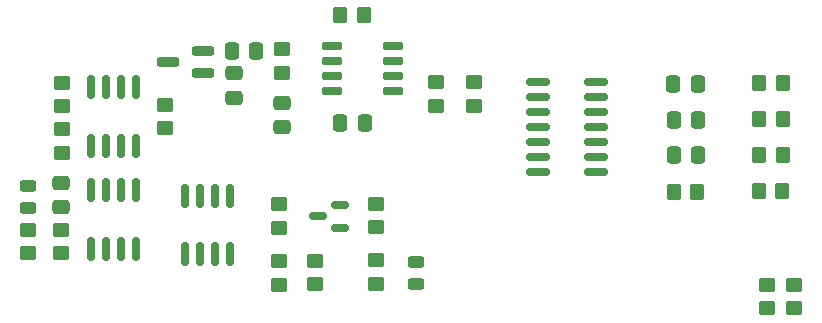
<source format=gbr>
%TF.GenerationSoftware,KiCad,Pcbnew,8.0.5*%
%TF.CreationDate,2024-11-08T11:42:38+01:00*%
%TF.ProjectId,SMD-Loetstation_v2,534d442d-4c6f-4657-9473-746174696f6e,rev?*%
%TF.SameCoordinates,Original*%
%TF.FileFunction,Paste,Top*%
%TF.FilePolarity,Positive*%
%FSLAX46Y46*%
G04 Gerber Fmt 4.6, Leading zero omitted, Abs format (unit mm)*
G04 Created by KiCad (PCBNEW 8.0.5) date 2024-11-08 11:42:38*
%MOMM*%
%LPD*%
G01*
G04 APERTURE LIST*
G04 Aperture macros list*
%AMRoundRect*
0 Rectangle with rounded corners*
0 $1 Rounding radius*
0 $2 $3 $4 $5 $6 $7 $8 $9 X,Y pos of 4 corners*
0 Add a 4 corners polygon primitive as box body*
4,1,4,$2,$3,$4,$5,$6,$7,$8,$9,$2,$3,0*
0 Add four circle primitives for the rounded corners*
1,1,$1+$1,$2,$3*
1,1,$1+$1,$4,$5*
1,1,$1+$1,$6,$7*
1,1,$1+$1,$8,$9*
0 Add four rect primitives between the rounded corners*
20,1,$1+$1,$2,$3,$4,$5,0*
20,1,$1+$1,$4,$5,$6,$7,0*
20,1,$1+$1,$6,$7,$8,$9,0*
20,1,$1+$1,$8,$9,$2,$3,0*%
G04 Aperture macros list end*
%ADD10RoundRect,0.250000X0.450000X-0.350000X0.450000X0.350000X-0.450000X0.350000X-0.450000X-0.350000X0*%
%ADD11RoundRect,0.250000X0.337500X0.475000X-0.337500X0.475000X-0.337500X-0.475000X0.337500X-0.475000X0*%
%ADD12RoundRect,0.250000X-0.350000X-0.450000X0.350000X-0.450000X0.350000X0.450000X-0.350000X0.450000X0*%
%ADD13RoundRect,0.250000X-0.450000X0.350000X-0.450000X-0.350000X0.450000X-0.350000X0.450000X0.350000X0*%
%ADD14RoundRect,0.150000X0.587500X0.150000X-0.587500X0.150000X-0.587500X-0.150000X0.587500X-0.150000X0*%
%ADD15RoundRect,0.200000X0.750000X0.200000X-0.750000X0.200000X-0.750000X-0.200000X0.750000X-0.200000X0*%
%ADD16RoundRect,0.150000X-0.150000X0.825000X-0.150000X-0.825000X0.150000X-0.825000X0.150000X0.825000X0*%
%ADD17RoundRect,0.250000X0.475000X-0.337500X0.475000X0.337500X-0.475000X0.337500X-0.475000X-0.337500X0*%
%ADD18RoundRect,0.150000X-0.725000X-0.150000X0.725000X-0.150000X0.725000X0.150000X-0.725000X0.150000X0*%
%ADD19RoundRect,0.250000X-0.337500X-0.475000X0.337500X-0.475000X0.337500X0.475000X-0.337500X0.475000X0*%
%ADD20RoundRect,0.250000X0.350000X0.450000X-0.350000X0.450000X-0.350000X-0.450000X0.350000X-0.450000X0*%
%ADD21RoundRect,0.243750X-0.456250X0.243750X-0.456250X-0.243750X0.456250X-0.243750X0.456250X0.243750X0*%
%ADD22RoundRect,0.150000X-0.825000X-0.150000X0.825000X-0.150000X0.825000X0.150000X-0.825000X0.150000X0*%
G04 APERTURE END LIST*
D10*
%TO.C,R12*%
X139217400Y-86664800D03*
X139217400Y-84664800D03*
%TD*%
D11*
%TO.C,C3*%
X129997200Y-88170000D03*
X127922200Y-88170000D03*
%TD*%
D10*
%TO.C,R3*%
X125755400Y-101771200D03*
X125755400Y-99771200D03*
%TD*%
D12*
%TO.C,R10*%
X163379400Y-87814400D03*
X165379400Y-87814400D03*
%TD*%
D13*
%TO.C,R15*%
X104343200Y-84718600D03*
X104343200Y-86718600D03*
%TD*%
D11*
%TO.C,C5*%
X158226400Y-90849800D03*
X156151400Y-90849800D03*
%TD*%
D13*
%TO.C,R17*%
X104343200Y-88627200D03*
X104343200Y-90627200D03*
%TD*%
%TO.C,R18*%
X136042400Y-84671400D03*
X136042400Y-86671400D03*
%TD*%
%TO.C,R4*%
X122707400Y-94980200D03*
X122707400Y-96980200D03*
%TD*%
D10*
%TO.C,R21*%
X113080800Y-88579200D03*
X113080800Y-86579200D03*
%TD*%
%TO.C,R5*%
X130962400Y-96970600D03*
X130962400Y-94970600D03*
%TD*%
D14*
%TO.C,Q2*%
X127884400Y-96977200D03*
X127884400Y-95077200D03*
X126009400Y-96027200D03*
%TD*%
D10*
%TO.C,R19*%
X122707400Y-101803200D03*
X122707400Y-99803200D03*
%TD*%
D15*
%TO.C,U6*%
X116306600Y-83897800D03*
X116306600Y-81997800D03*
X113306600Y-82947800D03*
%TD*%
D16*
%TO.C,U5*%
X110591600Y-93827600D03*
X109321600Y-93827600D03*
X108051600Y-93827600D03*
X106781600Y-93827600D03*
X106781600Y-98777600D03*
X108051600Y-98777600D03*
X109321600Y-98777600D03*
X110591600Y-98777600D03*
%TD*%
D17*
%TO.C,C1*%
X122961400Y-88496300D03*
X122961400Y-86421300D03*
%TD*%
D18*
%TO.C,U2*%
X127203200Y-81616800D03*
X127203200Y-82886800D03*
X127203200Y-84156800D03*
X127203200Y-85426800D03*
X132353200Y-85426800D03*
X132353200Y-84156800D03*
X132353200Y-82886800D03*
X132353200Y-81616800D03*
%TD*%
D19*
%TO.C,C4*%
X156151400Y-87839800D03*
X158226400Y-87839800D03*
%TD*%
D20*
%TO.C,R8*%
X165379400Y-90811600D03*
X163379400Y-90811600D03*
%TD*%
D16*
%TO.C,Q1*%
X118600000Y-94298400D03*
X117330000Y-94298400D03*
X116060000Y-94298400D03*
X114790000Y-94298400D03*
X114790000Y-99248400D03*
X116060000Y-99248400D03*
X117330000Y-99248400D03*
X118600000Y-99248400D03*
%TD*%
D20*
%TO.C,R9*%
X165347400Y-93910400D03*
X163347400Y-93910400D03*
%TD*%
D10*
%TO.C,R14*%
X130962400Y-101720400D03*
X130962400Y-99720400D03*
%TD*%
D13*
%TO.C,R20*%
X101498400Y-97161600D03*
X101498400Y-99161600D03*
%TD*%
D10*
%TO.C,R7*%
X164058600Y-103809800D03*
X164058600Y-101809800D03*
%TD*%
D19*
%TO.C,C7*%
X118752800Y-81997800D03*
X120827800Y-81997800D03*
%TD*%
D12*
%TO.C,R2*%
X127930400Y-79026000D03*
X129930400Y-79026000D03*
%TD*%
D10*
%TO.C,R1*%
X122961400Y-83870800D03*
X122961400Y-81870800D03*
%TD*%
D21*
%TO.C,D1*%
X134366000Y-99872800D03*
X134366000Y-101747800D03*
%TD*%
D13*
%TO.C,R16*%
X104317800Y-97161600D03*
X104317800Y-99161600D03*
%TD*%
D20*
%TO.C,R11*%
X165372800Y-84766400D03*
X163372800Y-84766400D03*
%TD*%
D17*
%TO.C,C8*%
X104317800Y-95274200D03*
X104317800Y-93199200D03*
%TD*%
D21*
%TO.C,D2*%
X101473000Y-93474300D03*
X101473000Y-95349300D03*
%TD*%
D17*
%TO.C,C6*%
X118897400Y-85977800D03*
X118897400Y-83902800D03*
%TD*%
D16*
%TO.C,U4*%
X110617000Y-85090000D03*
X109347000Y-85090000D03*
X108077000Y-85090000D03*
X106807000Y-85090000D03*
X106807000Y-90040000D03*
X108077000Y-90040000D03*
X109347000Y-90040000D03*
X110617000Y-90040000D03*
%TD*%
D22*
%TO.C,U1*%
X144627600Y-84683600D03*
X144627600Y-85953600D03*
X144627600Y-87223600D03*
X144627600Y-88493600D03*
X144627600Y-89763600D03*
X144627600Y-91033600D03*
X144627600Y-92303600D03*
X149577600Y-92303600D03*
X149577600Y-91033600D03*
X149577600Y-89763600D03*
X149577600Y-88493600D03*
X149577600Y-87223600D03*
X149577600Y-85953600D03*
X149577600Y-84683600D03*
%TD*%
D10*
%TO.C,R6*%
X166344600Y-103809800D03*
X166344600Y-101809800D03*
%TD*%
D12*
%TO.C,R13*%
X156167400Y-93935800D03*
X158167400Y-93935800D03*
%TD*%
D19*
%TO.C,C2*%
X156108400Y-84791800D03*
X158183400Y-84791800D03*
%TD*%
M02*

</source>
